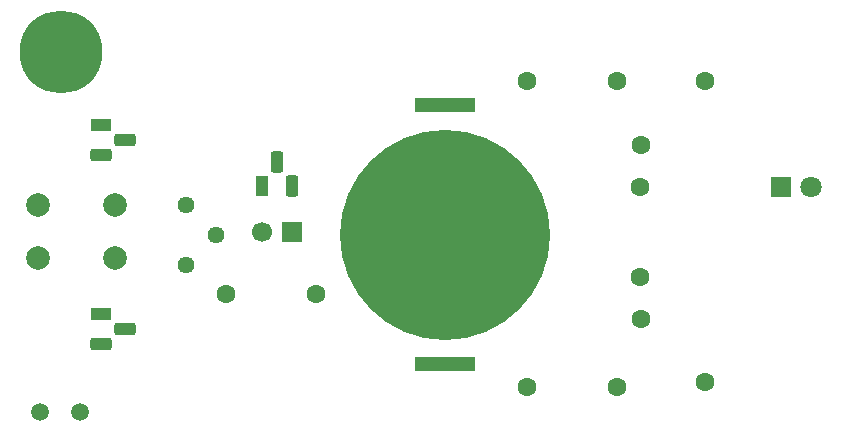
<source format=gts>
G04 #@! TF.GenerationSoftware,KiCad,Pcbnew,9.0.2-2.fc42*
G04 #@! TF.CreationDate,2025-06-29T00:33:01+02:00*
G04 #@! TF.ProjectId,hack_solder,6861636b-5f73-46f6-9c64-65722e6b6963,rev?*
G04 #@! TF.SameCoordinates,Original*
G04 #@! TF.FileFunction,Soldermask,Top*
G04 #@! TF.FilePolarity,Negative*
%FSLAX46Y46*%
G04 Gerber Fmt 4.6, Leading zero omitted, Abs format (unit mm)*
G04 Created by KiCad (PCBNEW 9.0.2-2.fc42) date 2025-06-29 00:33:01*
%MOMM*%
%LPD*%
G01*
G04 APERTURE LIST*
G04 Aperture macros list*
%AMRoundRect*
0 Rectangle with rounded corners*
0 $1 Rounding radius*
0 $2 $3 $4 $5 $6 $7 $8 $9 X,Y pos of 4 corners*
0 Add a 4 corners polygon primitive as box body*
4,1,4,$2,$3,$4,$5,$6,$7,$8,$9,$2,$3,0*
0 Add four circle primitives for the rounded corners*
1,1,$1+$1,$2,$3*
1,1,$1+$1,$4,$5*
1,1,$1+$1,$6,$7*
1,1,$1+$1,$8,$9*
0 Add four rect primitives between the rounded corners*
20,1,$1+$1,$2,$3,$4,$5,0*
20,1,$1+$1,$4,$5,$6,$7,0*
20,1,$1+$1,$6,$7,$8,$9,0*
20,1,$1+$1,$8,$9,$2,$3,0*%
G04 Aperture macros list end*
%ADD10C,1.440000*%
%ADD11C,7.000000*%
%ADD12C,1.600000*%
%ADD13R,5.080000X1.270000*%
%ADD14C,17.800000*%
%ADD15C,1.500000*%
%ADD16C,2.000000*%
%ADD17R,1.800000X1.100000*%
%ADD18RoundRect,0.275000X-0.625000X0.275000X-0.625000X-0.275000X0.625000X-0.275000X0.625000X0.275000X0*%
%ADD19R,1.100000X1.800000*%
%ADD20RoundRect,0.275000X-0.275000X-0.625000X0.275000X-0.625000X0.275000X0.625000X-0.275000X0.625000X0*%
%ADD21R,1.700000X1.700000*%
%ADD22C,1.700000*%
%ADD23R,1.800000X1.800000*%
%ADD24C,1.800000*%
G04 APERTURE END LIST*
D10*
G04 #@! TO.C,RV1*
X27060000Y-52540000D03*
X29600000Y-50000000D03*
X27060000Y-47460000D03*
G04 #@! TD*
D11*
G04 #@! TO.C,REF\u002A\u002A*
X16500000Y-34500000D03*
G04 #@! TD*
D12*
G04 #@! TO.C,R3*
X65500000Y-46000000D03*
X65500000Y-53620000D03*
G04 #@! TD*
D13*
G04 #@! TO.C,BT1*
X49000000Y-60985000D03*
X49000000Y-39015000D03*
D14*
X49000000Y-50000000D03*
G04 #@! TD*
D15*
G04 #@! TO.C,R2*
X18050000Y-65000000D03*
X14650000Y-65000000D03*
G04 #@! TD*
D16*
G04 #@! TO.C,SW1*
X21000000Y-52000000D03*
X14500000Y-52000000D03*
X21000000Y-47500000D03*
X14500000Y-47500000D03*
G04 #@! TD*
D17*
G04 #@! TO.C,Q3*
X19830000Y-56730000D03*
D18*
X21900000Y-58000000D03*
X19830000Y-59270000D03*
G04 #@! TD*
D12*
G04 #@! TO.C,R1*
X65611846Y-42388154D03*
X71000000Y-37000000D03*
G04 #@! TD*
G04 #@! TO.C,R4*
X71000000Y-62500000D03*
X65611846Y-57111846D03*
G04 #@! TD*
D19*
G04 #@! TO.C,Q2*
X33460000Y-45900000D03*
D20*
X34730000Y-43830000D03*
X36000000Y-45900000D03*
G04 #@! TD*
D21*
G04 #@! TO.C,J1*
X36050000Y-49800000D03*
D22*
X33510000Y-49800000D03*
G04 #@! TD*
D23*
G04 #@! TO.C,D1*
X77460000Y-46000000D03*
D24*
X80000000Y-46000000D03*
G04 #@! TD*
D17*
G04 #@! TO.C,Q1*
X19830000Y-40730000D03*
D18*
X21900000Y-42000000D03*
X19830000Y-43270000D03*
G04 #@! TD*
D12*
G04 #@! TO.C,R5*
X63550000Y-36950000D03*
X55930000Y-36950000D03*
G04 #@! TD*
G04 #@! TO.C,R6*
X55880000Y-62900000D03*
X63500000Y-62900000D03*
G04 #@! TD*
G04 #@! TO.C,R7*
X38050000Y-55000000D03*
X30430000Y-55000000D03*
G04 #@! TD*
M02*

</source>
